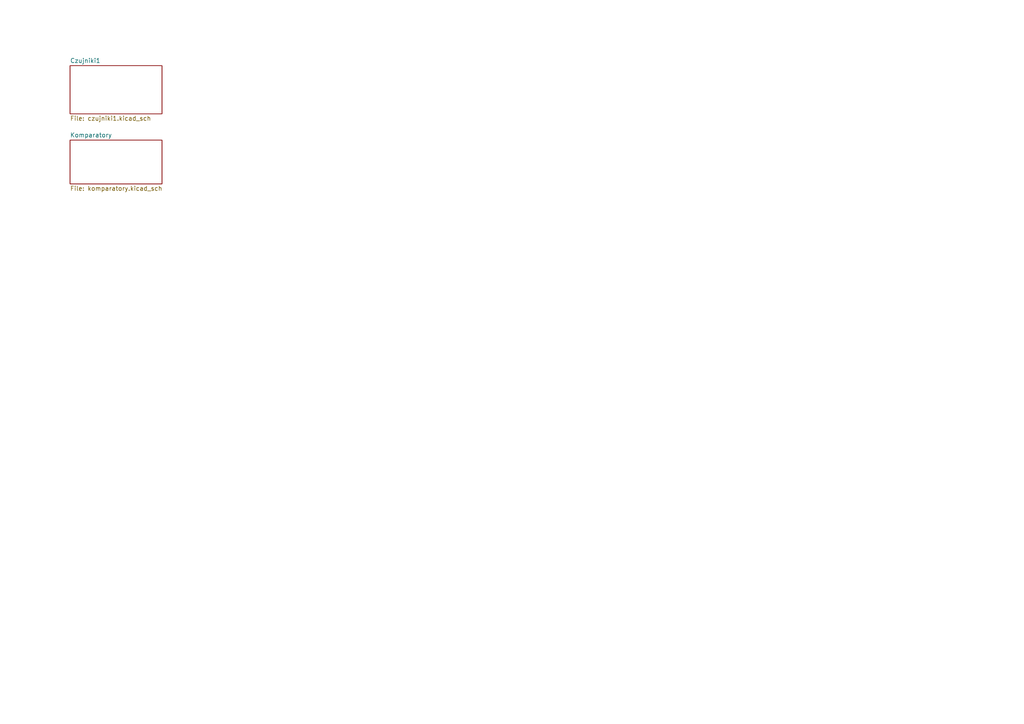
<source format=kicad_sch>
(kicad_sch (version 20230121) (generator eeschema)
  (paper "A4")
  (lib_symbols)
  (sheet (at 20.32 19.05) (size 26.67 13.97) (stroke (width 0.1524))
    (property "Sheetname" "Czujniki1" (at 20.32 18.3384 0) (effects (justify left bottom)))
    (property "Sheetfile" "czujniki1.kicad_sch" (at 20.32 33.6046 0) (effects (justify left top)))
  )
  (sheet (at 20.32 40.64) (size 26.67 12.7) (stroke (width 0.1524))
    (property "Sheetname" "Komparatory" (at 20.32 39.9284 0) (effects (justify left bottom)))
    (property "Sheetfile" "komparatory.kicad_sch" (at 20.32 53.9246 0) (effects (justify left top)))
  )
)
</source>
